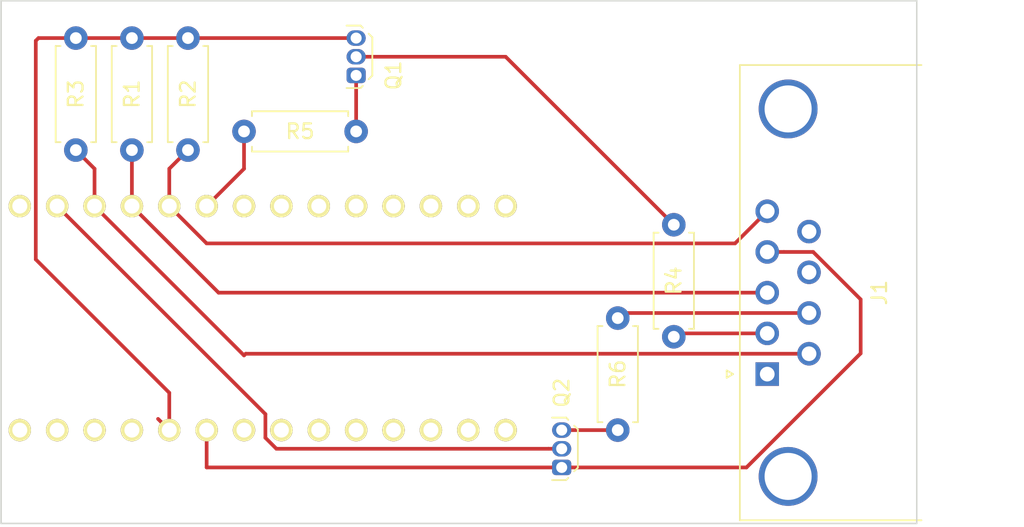
<source format=kicad_pcb>
(kicad_pcb (version 20171130) (host pcbnew "(5.1.5)-3")

  (general
    (thickness 1.6)
    (drawings 4)
    (tracks 44)
    (zones 0)
    (modules 10)
    (nets 37)
  )

  (page User 132.004 102.006)
  (layers
    (0 F.Cu signal)
    (31 B.Cu signal)
    (33 F.Adhes user)
    (35 F.Paste user)
    (37 F.SilkS user)
    (38 B.Mask user)
    (39 F.Mask user)
    (40 Dwgs.User user)
    (41 Cmts.User user)
    (42 Eco1.User user)
    (43 Eco2.User user)
    (44 Edge.Cuts user)
    (45 Margin user)
    (46 B.CrtYd user)
    (47 F.CrtYd user)
    (49 F.Fab user)
  )

  (setup
    (last_trace_width 0.25)
    (trace_clearance 0.2)
    (zone_clearance 0.508)
    (zone_45_only no)
    (trace_min 0.2)
    (via_size 0.8)
    (via_drill 0.4)
    (via_min_size 0.4)
    (via_min_drill 0.3)
    (uvia_size 0.3)
    (uvia_drill 0.1)
    (uvias_allowed no)
    (uvia_min_size 0.2)
    (uvia_min_drill 0.1)
    (edge_width 0.05)
    (segment_width 0.2)
    (pcb_text_width 0.3)
    (pcb_text_size 1.5 1.5)
    (mod_edge_width 0.12)
    (mod_text_size 1 1)
    (mod_text_width 0.15)
    (pad_size 1.524 1.524)
    (pad_drill 0.762)
    (pad_to_mask_clearance 0.051)
    (solder_mask_min_width 0.25)
    (aux_axis_origin 0 0)
    (visible_elements 7FFFFFFF)
    (pcbplotparams
      (layerselection 0x010fc_ffffffff)
      (usegerberextensions false)
      (usegerberattributes false)
      (usegerberadvancedattributes false)
      (creategerberjobfile false)
      (excludeedgelayer true)
      (linewidth 0.100000)
      (plotframeref false)
      (viasonmask false)
      (mode 1)
      (useauxorigin false)
      (hpglpennumber 1)
      (hpglpenspeed 20)
      (hpglpendiameter 15.000000)
      (psnegative false)
      (psa4output false)
      (plotreference true)
      (plotvalue true)
      (plotinvisibletext false)
      (padsonsilk false)
      (subtractmaskfromsilk false)
      (outputformat 1)
      (mirror false)
      (drillshape 1)
      (scaleselection 1)
      (outputdirectory ""))
  )

  (net 0 "")
  (net 1 "Net-(J1-Pad9)")
  (net 2 "Net-(J1-Pad8)")
  (net 3 "Net-(J1-Pad7)")
  (net 4 "Net-(J1-Pad6)")
  (net 5 "Net-(J1-Pad5)")
  (net 6 GND)
  (net 7 "Net-(J1-Pad3)")
  (net 8 "Net-(J1-Pad2)")
  (net 9 "Net-(J1-Pad1)")
  (net 10 "Net-(Q1-Pad1)")
  (net 11 "Net-(Q1-Pad3)")
  (net 12 "Net-(Q1-Pad2)")
  (net 13 "Net-(R5-Pad2)")
  (net 14 "Net-(U1-Pad27)")
  (net 15 "Net-(U1-Pad26)")
  (net 16 "Net-(U1-Pad25)")
  (net 17 "Net-(U1-Pad24)")
  (net 18 "Net-(U1-Pad23)")
  (net 19 "Net-(U1-Pad22)")
  (net 20 "Net-(U1-Pad21)")
  (net 21 "Net-(U1-Pad20)")
  (net 22 "Net-(U1-Pad17)")
  (net 23 "Net-(U1-Pad16)")
  (net 24 "Net-(U1-Pad15)")
  (net 25 "Net-(U1-Pad14)")
  (net 26 "Net-(U1-Pad13)")
  (net 27 "Net-(U1-Pad0)")
  (net 28 "Net-(U1-Pad7)")
  (net 29 "Net-(U1-Pad6)")
  (net 30 "Net-(U1-Pad5)")
  (net 31 "Net-(U1-Pad4)")
  (net 32 "Net-(U1-Pad3)")
  (net 33 "Net-(U1-Pad2)")
  (net 34 "Net-(U1-Pad1)")
  (net 35 "Net-(Q2-Pad2)")
  (net 36 "Net-(Q2-Pad3)")

  (net_class Default "This is the default net class."
    (clearance 0.2)
    (trace_width 0.25)
    (via_dia 0.8)
    (via_drill 0.4)
    (uvia_dia 0.3)
    (uvia_drill 0.1)
    (add_net GND)
    (add_net "Net-(J1-Pad1)")
    (add_net "Net-(J1-Pad2)")
    (add_net "Net-(J1-Pad3)")
    (add_net "Net-(J1-Pad5)")
    (add_net "Net-(J1-Pad6)")
    (add_net "Net-(J1-Pad7)")
    (add_net "Net-(J1-Pad8)")
    (add_net "Net-(J1-Pad9)")
    (add_net "Net-(Q1-Pad1)")
    (add_net "Net-(Q1-Pad2)")
    (add_net "Net-(Q1-Pad3)")
    (add_net "Net-(Q2-Pad2)")
    (add_net "Net-(Q2-Pad3)")
    (add_net "Net-(R5-Pad2)")
    (add_net "Net-(U1-Pad0)")
    (add_net "Net-(U1-Pad1)")
    (add_net "Net-(U1-Pad13)")
    (add_net "Net-(U1-Pad14)")
    (add_net "Net-(U1-Pad15)")
    (add_net "Net-(U1-Pad16)")
    (add_net "Net-(U1-Pad17)")
    (add_net "Net-(U1-Pad2)")
    (add_net "Net-(U1-Pad20)")
    (add_net "Net-(U1-Pad21)")
    (add_net "Net-(U1-Pad22)")
    (add_net "Net-(U1-Pad23)")
    (add_net "Net-(U1-Pad24)")
    (add_net "Net-(U1-Pad25)")
    (add_net "Net-(U1-Pad26)")
    (add_net "Net-(U1-Pad27)")
    (add_net "Net-(U1-Pad3)")
    (add_net "Net-(U1-Pad4)")
    (add_net "Net-(U1-Pad5)")
    (add_net "Net-(U1-Pad6)")
    (add_net "Net-(U1-Pad7)")
  )

  (module Resistor_THT:R_Axial_DIN0207_L6.3mm_D2.5mm_P7.62mm_Horizontal (layer F.Cu) (tedit 5AE5139B) (tstamp 5E51F443)
    (at 69.85 45.72 90)
    (descr "Resistor, Axial_DIN0207 series, Axial, Horizontal, pin pitch=7.62mm, 0.25W = 1/4W, length*diameter=6.3*2.5mm^2, http://cdn-reichelt.de/documents/datenblatt/B400/1_4W%23YAG.pdf")
    (tags "Resistor Axial_DIN0207 series Axial Horizontal pin pitch 7.62mm 0.25W = 1/4W length 6.3mm diameter 2.5mm")
    (path /5E57A04E)
    (fp_text reference R6 (at 3.81 0 90) (layer F.SilkS)
      (effects (font (size 1 1) (thickness 0.15)))
    )
    (fp_text value 4.7K (at 3.81 2.37 90) (layer F.Fab)
      (effects (font (size 1 1) (thickness 0.15)))
    )
    (fp_text user %R (at 3.81 0 90) (layer F.Fab)
      (effects (font (size 1 1) (thickness 0.15)))
    )
    (fp_line (start 8.67 -1.5) (end -1.05 -1.5) (layer F.CrtYd) (width 0.05))
    (fp_line (start 8.67 1.5) (end 8.67 -1.5) (layer F.CrtYd) (width 0.05))
    (fp_line (start -1.05 1.5) (end 8.67 1.5) (layer F.CrtYd) (width 0.05))
    (fp_line (start -1.05 -1.5) (end -1.05 1.5) (layer F.CrtYd) (width 0.05))
    (fp_line (start 7.08 1.37) (end 7.08 1.04) (layer F.SilkS) (width 0.12))
    (fp_line (start 0.54 1.37) (end 7.08 1.37) (layer F.SilkS) (width 0.12))
    (fp_line (start 0.54 1.04) (end 0.54 1.37) (layer F.SilkS) (width 0.12))
    (fp_line (start 7.08 -1.37) (end 7.08 -1.04) (layer F.SilkS) (width 0.12))
    (fp_line (start 0.54 -1.37) (end 7.08 -1.37) (layer F.SilkS) (width 0.12))
    (fp_line (start 0.54 -1.04) (end 0.54 -1.37) (layer F.SilkS) (width 0.12))
    (fp_line (start 7.62 0) (end 6.96 0) (layer F.Fab) (width 0.1))
    (fp_line (start 0 0) (end 0.66 0) (layer F.Fab) (width 0.1))
    (fp_line (start 6.96 -1.25) (end 0.66 -1.25) (layer F.Fab) (width 0.1))
    (fp_line (start 6.96 1.25) (end 6.96 -1.25) (layer F.Fab) (width 0.1))
    (fp_line (start 0.66 1.25) (end 6.96 1.25) (layer F.Fab) (width 0.1))
    (fp_line (start 0.66 -1.25) (end 0.66 1.25) (layer F.Fab) (width 0.1))
    (pad 2 thru_hole oval (at 7.62 0 90) (size 1.6 1.6) (drill 0.8) (layers *.Cu *.Mask)
      (net 3 "Net-(J1-Pad7)"))
    (pad 1 thru_hole circle (at 0 0 90) (size 1.6 1.6) (drill 0.8) (layers *.Cu *.Mask)
      (net 36 "Net-(Q2-Pad3)"))
    (model ${KISYS3DMOD}/Resistor_THT.3dshapes/R_Axial_DIN0207_L6.3mm_D2.5mm_P7.62mm_Horizontal.wrl
      (at (xyz 0 0 0))
      (scale (xyz 1 1 1))
      (rotate (xyz 0 0 0))
    )
  )

  (module Package_TO_SOT_THT:TO-92Flat (layer F.Cu) (tedit 5C2D433B) (tstamp 5E51D7BD)
    (at 66.04 48.26 90)
    (descr "TO-92Flat package, often used for hall sensors, drill 0.75mm (see e.g. http://www.ti.com/lit/ds/symlink/drv5023.pdf)")
    (tags "to-92Flat hall sensor")
    (path /5E569004)
    (fp_text reference Q2 (at 5.08 0 90) (layer F.SilkS)
      (effects (font (size 1 1) (thickness 0.15)))
    )
    (fp_text value PN100 (at 1.25 1.7 90) (layer F.Fab) hide
      (effects (font (size 1 1) (thickness 0.17)))
    )
    (fp_line (start 0.03 0.9775) (end -0.73 0.2175) (layer F.Fab) (width 0.1))
    (fp_line (start 2.51 0.9775) (end 0.03 0.9775) (layer F.Fab) (width 0.1))
    (fp_line (start 3.27 0.2175) (end 2.51 0.9775) (layer F.Fab) (width 0.1))
    (fp_line (start 3.27 -0.5425) (end 3.27 0.2175) (layer F.Fab) (width 0.1))
    (fp_text user %R (at 1.27 0.2 90) (layer F.Fab)
      (effects (font (size 0.7 0.7) (thickness 0.13)))
    )
    (fp_line (start 3.27 -0.5425) (end -0.73 -0.5425) (layer F.Fab) (width 0.1))
    (fp_line (start -0.73 -0.5425) (end -0.73 0.2175) (layer F.Fab) (width 0.1))
    (fp_line (start 2.51 0.9775) (end 0.03 0.9775) (layer F.Fab) (width 0.1))
    (fp_line (start 3.39 -0.65) (end 3.39 0.3) (layer F.SilkS) (width 0.12))
    (fp_line (start -0.86 0.3) (end -0.86 -0.65) (layer F.SilkS) (width 0.12))
    (fp_line (start -0.98 -0.9) (end 3.52 -0.9) (layer F.CrtYd) (width 0.05))
    (fp_line (start 3.52 -0.9) (end 3.52 0.33) (layer F.CrtYd) (width 0.05))
    (fp_line (start 2.62 1.23) (end -0.14 1.23) (layer F.CrtYd) (width 0.05))
    (fp_line (start -0.14 1.23) (end -0.98 0.39) (layer F.CrtYd) (width 0.05))
    (fp_line (start -0.98 0.39) (end -0.98 -0.9) (layer F.CrtYd) (width 0.05))
    (fp_line (start 3.52 0.33) (end 2.62 1.23) (layer F.CrtYd) (width 0.05))
    (fp_line (start -0.01 1.1) (end 2.59 1.1) (layer F.SilkS) (width 0.12))
    (fp_line (start 2.59 1.1) (end 2.84 0.85) (layer F.SilkS) (width 0.12))
    (fp_line (start 3.24 0.45) (end 3.39 0.3) (layer F.SilkS) (width 0.12))
    (fp_line (start -0.01 1.1) (end -0.26 0.85) (layer F.SilkS) (width 0.12))
    (fp_line (start -0.71 0.45) (end -0.86 0.3) (layer F.SilkS) (width 0.12))
    (pad 1 thru_hole roundrect (at 0 0 90) (size 1.05 1.3) (drill 0.75) (layers *.Cu *.Mask) (roundrect_rratio 0.238)
      (net 6 GND))
    (pad 3 thru_hole oval (at 2.54 0 90) (size 1.05 1.3) (drill 0.75) (layers *.Cu *.Mask)
      (net 36 "Net-(Q2-Pad3)"))
    (pad 2 thru_hole oval (at 1.27 0 90) (size 1.05 1.3) (drill 0.75) (layers *.Cu *.Mask)
      (net 35 "Net-(Q2-Pad2)"))
    (model ${KISYS3DMOD}/Package_TO_SOT_THT.3dshapes/TO-92Flat.wrl
      (at (xyz 0 0 0))
      (scale (xyz 1 1 1))
      (rotate (xyz 0 0 0))
    )
  )

  (module Resistor_THT:R_Axial_DIN0207_L6.3mm_D2.5mm_P7.62mm_Horizontal (layer F.Cu) (tedit 5AE5139B) (tstamp 5E51CB9E)
    (at 40.64 19.05 270)
    (descr "Resistor, Axial_DIN0207 series, Axial, Horizontal, pin pitch=7.62mm, 0.25W = 1/4W, length*diameter=6.3*2.5mm^2, http://cdn-reichelt.de/documents/datenblatt/B400/1_4W%23YAG.pdf")
    (tags "Resistor Axial_DIN0207 series Axial Horizontal pin pitch 7.62mm 0.25W = 1/4W length 6.3mm diameter 2.5mm")
    (path /5E510DF4)
    (fp_text reference R2 (at 3.81 0 90) (layer F.SilkS)
      (effects (font (size 1 1) (thickness 0.15)))
    )
    (fp_text value 4.7K (at 3.81 2.37 90) (layer F.Fab) hide
      (effects (font (size 1 1) (thickness 0.15)))
    )
    (fp_text user %R (at 3.81 0 270) (layer F.Fab)
      (effects (font (size 1 1) (thickness 0.15)))
    )
    (fp_line (start 8.67 -1.5) (end -1.05 -1.5) (layer F.CrtYd) (width 0.05))
    (fp_line (start 8.67 1.5) (end 8.67 -1.5) (layer F.CrtYd) (width 0.05))
    (fp_line (start -1.05 1.5) (end 8.67 1.5) (layer F.CrtYd) (width 0.05))
    (fp_line (start -1.05 -1.5) (end -1.05 1.5) (layer F.CrtYd) (width 0.05))
    (fp_line (start 7.08 1.37) (end 7.08 1.04) (layer F.SilkS) (width 0.12))
    (fp_line (start 0.54 1.37) (end 7.08 1.37) (layer F.SilkS) (width 0.12))
    (fp_line (start 0.54 1.04) (end 0.54 1.37) (layer F.SilkS) (width 0.12))
    (fp_line (start 7.08 -1.37) (end 7.08 -1.04) (layer F.SilkS) (width 0.12))
    (fp_line (start 0.54 -1.37) (end 7.08 -1.37) (layer F.SilkS) (width 0.12))
    (fp_line (start 0.54 -1.04) (end 0.54 -1.37) (layer F.SilkS) (width 0.12))
    (fp_line (start 7.62 0) (end 6.96 0) (layer F.Fab) (width 0.1))
    (fp_line (start 0 0) (end 0.66 0) (layer F.Fab) (width 0.1))
    (fp_line (start 6.96 -1.25) (end 0.66 -1.25) (layer F.Fab) (width 0.1))
    (fp_line (start 6.96 1.25) (end 6.96 -1.25) (layer F.Fab) (width 0.1))
    (fp_line (start 0.66 1.25) (end 6.96 1.25) (layer F.Fab) (width 0.1))
    (fp_line (start 0.66 -1.25) (end 0.66 1.25) (layer F.Fab) (width 0.1))
    (pad 2 thru_hole oval (at 7.62 0 270) (size 1.6 1.6) (drill 0.8) (layers *.Cu *.Mask)
      (net 5 "Net-(J1-Pad5)"))
    (pad 1 thru_hole circle (at 0 0 270) (size 1.6 1.6) (drill 0.8) (layers *.Cu *.Mask)
      (net 11 "Net-(Q1-Pad3)"))
    (model ${KISYS3DMOD}/Resistor_THT.3dshapes/R_Axial_DIN0207_L6.3mm_D2.5mm_P7.62mm_Horizontal.wrl
      (at (xyz 0 0 0))
      (scale (xyz 1 1 1))
      (rotate (xyz 0 0 0))
    )
  )

  (module FT:LEOSTICK_SHIELD (layer F.Cu) (tedit 5E51427E) (tstamp 5E51A652)
    (at 29.21 45.72)
    (path /5E50F8BB)
    (fp_text reference U1 (at 31.75 -2.54) (layer Eco1.User) hide
      (effects (font (size 1 1) (thickness 0.15)))
    )
    (fp_text value LEOSTICK_SHIELD (at 22.86 -2.54) (layer Eco1.User) hide
      (effects (font (size 1 1) (thickness 0.15)))
    )
    (fp_line (start 33.782 1.651) (end 0 1.651) (layer Cmts.User) (width 0.127))
    (fp_line (start 35.052 0.381) (end 35.052 -15.621) (layer Cmts.User) (width 0.15))
    (fp_line (start -1.27 -15.621) (end -1.27 0.381) (layer Cmts.User) (width 0.15))
    (fp_line (start 33.782 -16.891) (end 0 -16.891) (layer Cmts.User) (width 0.15))
    (fp_arc (start 33.782 0.381) (end 35.052 0.381) (angle 90) (layer Cmts.User) (width 0.15))
    (fp_arc (start 0 0.381) (end 0 1.651) (angle 90) (layer Cmts.User) (width 0.15))
    (fp_arc (start 0 -15.621) (end -1.27 -15.621) (angle 90) (layer Cmts.User) (width 0.15))
    (fp_arc (start 33.782 -15.621) (end 33.782 -16.891) (angle 90) (layer Cmts.User) (width 0.15))
    (pad 27 thru_hole circle (at 33.02 0 180) (size 1.524 1.524) (drill 1.016) (layers *.Cu *.Mask F.SilkS)
      (net 14 "Net-(U1-Pad27)"))
    (pad 26 thru_hole circle (at 30.48 0 180) (size 1.524 1.524) (drill 1.016) (layers *.Cu *.Mask F.SilkS)
      (net 15 "Net-(U1-Pad26)"))
    (pad 25 thru_hole circle (at 27.94 0 180) (size 1.524 1.524) (drill 1.016) (layers *.Cu *.Mask F.SilkS)
      (net 16 "Net-(U1-Pad25)"))
    (pad 24 thru_hole circle (at 25.4 0 180) (size 1.524 1.524) (drill 1.016) (layers *.Cu *.Mask F.SilkS)
      (net 17 "Net-(U1-Pad24)"))
    (pad 23 thru_hole circle (at 22.86 0 180) (size 1.524 1.524) (drill 1.016) (layers *.Cu *.Mask F.SilkS)
      (net 18 "Net-(U1-Pad23)"))
    (pad 22 thru_hole circle (at 20.32 0 180) (size 1.524 1.524) (drill 1.016) (layers *.Cu *.Mask F.SilkS)
      (net 19 "Net-(U1-Pad22)"))
    (pad 21 thru_hole circle (at 17.78 0 180) (size 1.524 1.524) (drill 1.016) (layers *.Cu *.Mask F.SilkS)
      (net 20 "Net-(U1-Pad21)"))
    (pad 20 thru_hole circle (at 15.24 0 180) (size 1.524 1.524) (drill 1.016) (layers *.Cu *.Mask F.SilkS)
      (net 21 "Net-(U1-Pad20)"))
    (pad 19 thru_hole circle (at 12.7 0 180) (size 1.524 1.524) (drill 1.016) (layers *.Cu *.Mask F.SilkS)
      (net 6 GND))
    (pad 18 thru_hole circle (at 10.16 0 180) (size 1.524 1.524) (drill 1.016) (layers *.Cu *.Mask F.SilkS)
      (net 11 "Net-(Q1-Pad3)"))
    (pad 17 thru_hole circle (at 7.62 0 180) (size 1.524 1.524) (drill 1.016) (layers *.Cu *.Mask F.SilkS)
      (net 22 "Net-(U1-Pad17)"))
    (pad 16 thru_hole circle (at 5.08 0 180) (size 1.524 1.524) (drill 1.016) (layers *.Cu *.Mask F.SilkS)
      (net 23 "Net-(U1-Pad16)"))
    (pad 15 thru_hole circle (at 2.54 0 180) (size 1.524 1.524) (drill 1.016) (layers *.Cu *.Mask F.SilkS)
      (net 24 "Net-(U1-Pad15)"))
    (pad 14 thru_hole circle (at 0 0 180) (size 1.524 1.524) (drill 1.016) (layers *.Cu *.Mask F.SilkS)
      (net 25 "Net-(U1-Pad14)"))
    (pad 13 thru_hole circle (at 0 -15.24 180) (size 1.524 1.524) (drill 1.016) (layers *.Cu *.Mask F.SilkS)
      (net 26 "Net-(U1-Pad13)"))
    (pad 12 thru_hole circle (at 2.54 -15.24 180) (size 1.524 1.524) (drill 1.016) (layers *.Cu *.Mask F.SilkS)
      (net 35 "Net-(Q2-Pad2)"))
    (pad 0 thru_hole circle (at 33.02 -15.24 180) (size 1.524 1.524) (drill 1.016) (layers *.Cu *.Mask F.SilkS)
      (net 27 "Net-(U1-Pad0)"))
    (pad 11 thru_hole circle (at 5.08 -15.24 180) (size 1.524 1.524) (drill 1.016) (layers *.Cu *.Mask F.SilkS)
      (net 4 "Net-(J1-Pad6)"))
    (pad 10 thru_hole circle (at 7.62 -15.24 180) (size 1.524 1.524) (drill 1.016) (layers *.Cu *.Mask F.SilkS)
      (net 7 "Net-(J1-Pad3)"))
    (pad 9 thru_hole circle (at 10.16 -15.24 180) (size 1.524 1.524) (drill 1.016) (layers *.Cu *.Mask F.SilkS)
      (net 5 "Net-(J1-Pad5)"))
    (pad 8 thru_hole circle (at 12.7 -15.24 180) (size 1.524 1.524) (drill 1.016) (layers *.Cu *.Mask F.SilkS)
      (net 13 "Net-(R5-Pad2)"))
    (pad 7 thru_hole circle (at 15.24 -15.24 180) (size 1.524 1.524) (drill 1.016) (layers *.Cu *.Mask F.SilkS)
      (net 28 "Net-(U1-Pad7)"))
    (pad 6 thru_hole circle (at 17.78 -15.24 180) (size 1.524 1.524) (drill 1.016) (layers *.Cu *.Mask F.SilkS)
      (net 29 "Net-(U1-Pad6)"))
    (pad 5 thru_hole circle (at 20.32 -15.24 180) (size 1.524 1.524) (drill 1.016) (layers *.Cu *.Mask F.SilkS)
      (net 30 "Net-(U1-Pad5)"))
    (pad 4 thru_hole circle (at 22.86 -15.24 180) (size 1.524 1.524) (drill 1.016) (layers *.Cu *.Mask F.SilkS)
      (net 31 "Net-(U1-Pad4)"))
    (pad 3 thru_hole circle (at 25.4 -15.24 180) (size 1.524 1.524) (drill 1.016) (layers *.Cu *.Mask F.SilkS)
      (net 32 "Net-(U1-Pad3)"))
    (pad 2 thru_hole circle (at 27.94 -15.24 180) (size 1.524 1.524) (drill 1.016) (layers *.Cu *.Mask F.SilkS)
      (net 33 "Net-(U1-Pad2)"))
    (pad 1 thru_hole circle (at 30.48 -15.24 180) (size 1.524 1.524) (drill 1.016) (layers *.Cu *.Mask F.SilkS)
      (net 34 "Net-(U1-Pad1)"))
  )

  (module Resistor_THT:R_Axial_DIN0207_L6.3mm_D2.5mm_P7.62mm_Horizontal (layer F.Cu) (tedit 5AE5139B) (tstamp 5E51B284)
    (at 52.07 25.4 180)
    (descr "Resistor, Axial_DIN0207 series, Axial, Horizontal, pin pitch=7.62mm, 0.25W = 1/4W, length*diameter=6.3*2.5mm^2, http://cdn-reichelt.de/documents/datenblatt/B400/1_4W%23YAG.pdf")
    (tags "Resistor Axial_DIN0207 series Axial Horizontal pin pitch 7.62mm 0.25W = 1/4W length 6.3mm diameter 2.5mm")
    (path /5E51218F)
    (fp_text reference R5 (at 3.81 0) (layer F.SilkS)
      (effects (font (size 1 1) (thickness 0.15)))
    )
    (fp_text value 4.7K (at 3.81 2.37) (layer F.Fab) hide
      (effects (font (size 1 1) (thickness 0.15)))
    )
    (fp_text user %R (at 3.81 0 180) (layer F.Fab)
      (effects (font (size 1 1) (thickness 0.15)))
    )
    (fp_line (start 8.67 -1.5) (end -1.05 -1.5) (layer F.CrtYd) (width 0.05))
    (fp_line (start 8.67 1.5) (end 8.67 -1.5) (layer F.CrtYd) (width 0.05))
    (fp_line (start -1.05 1.5) (end 8.67 1.5) (layer F.CrtYd) (width 0.05))
    (fp_line (start -1.05 -1.5) (end -1.05 1.5) (layer F.CrtYd) (width 0.05))
    (fp_line (start 7.08 1.37) (end 7.08 1.04) (layer F.SilkS) (width 0.12))
    (fp_line (start 0.54 1.37) (end 7.08 1.37) (layer F.SilkS) (width 0.12))
    (fp_line (start 0.54 1.04) (end 0.54 1.37) (layer F.SilkS) (width 0.12))
    (fp_line (start 7.08 -1.37) (end 7.08 -1.04) (layer F.SilkS) (width 0.12))
    (fp_line (start 0.54 -1.37) (end 7.08 -1.37) (layer F.SilkS) (width 0.12))
    (fp_line (start 0.54 -1.04) (end 0.54 -1.37) (layer F.SilkS) (width 0.12))
    (fp_line (start 7.62 0) (end 6.96 0) (layer F.Fab) (width 0.1))
    (fp_line (start 0 0) (end 0.66 0) (layer F.Fab) (width 0.1))
    (fp_line (start 6.96 -1.25) (end 0.66 -1.25) (layer F.Fab) (width 0.1))
    (fp_line (start 6.96 1.25) (end 6.96 -1.25) (layer F.Fab) (width 0.1))
    (fp_line (start 0.66 1.25) (end 6.96 1.25) (layer F.Fab) (width 0.1))
    (fp_line (start 0.66 -1.25) (end 0.66 1.25) (layer F.Fab) (width 0.1))
    (pad 2 thru_hole oval (at 7.62 0 180) (size 1.6 1.6) (drill 0.8) (layers *.Cu *.Mask)
      (net 13 "Net-(R5-Pad2)"))
    (pad 1 thru_hole circle (at 0 0 180) (size 1.6 1.6) (drill 0.8) (layers *.Cu *.Mask)
      (net 10 "Net-(Q1-Pad1)"))
    (model ${KISYS3DMOD}/Resistor_THT.3dshapes/R_Axial_DIN0207_L6.3mm_D2.5mm_P7.62mm_Horizontal.wrl
      (at (xyz 0 0 0))
      (scale (xyz 1 1 1))
      (rotate (xyz 0 0 0))
    )
  )

  (module Resistor_THT:R_Axial_DIN0207_L6.3mm_D2.5mm_P7.62mm_Horizontal (layer F.Cu) (tedit 5AE5139B) (tstamp 5E51F003)
    (at 73.66 39.37 90)
    (descr "Resistor, Axial_DIN0207 series, Axial, Horizontal, pin pitch=7.62mm, 0.25W = 1/4W, length*diameter=6.3*2.5mm^2, http://cdn-reichelt.de/documents/datenblatt/B400/1_4W%23YAG.pdf")
    (tags "Resistor Axial_DIN0207 series Axial Horizontal pin pitch 7.62mm 0.25W = 1/4W length 6.3mm diameter 2.5mm")
    (path /5E51263D)
    (fp_text reference R4 (at 3.81 0 90) (layer F.SilkS)
      (effects (font (size 1 1) (thickness 0.15)))
    )
    (fp_text value 4.7K (at 3.81 2.37 90) (layer F.Fab) hide
      (effects (font (size 1 1) (thickness 0.15)))
    )
    (fp_text user %R (at 3.81 0 90) (layer F.Fab)
      (effects (font (size 1 1) (thickness 0.15)))
    )
    (fp_line (start 8.67 -1.5) (end -1.05 -1.5) (layer F.CrtYd) (width 0.05))
    (fp_line (start 8.67 1.5) (end 8.67 -1.5) (layer F.CrtYd) (width 0.05))
    (fp_line (start -1.05 1.5) (end 8.67 1.5) (layer F.CrtYd) (width 0.05))
    (fp_line (start -1.05 -1.5) (end -1.05 1.5) (layer F.CrtYd) (width 0.05))
    (fp_line (start 7.08 1.37) (end 7.08 1.04) (layer F.SilkS) (width 0.12))
    (fp_line (start 0.54 1.37) (end 7.08 1.37) (layer F.SilkS) (width 0.12))
    (fp_line (start 0.54 1.04) (end 0.54 1.37) (layer F.SilkS) (width 0.12))
    (fp_line (start 7.08 -1.37) (end 7.08 -1.04) (layer F.SilkS) (width 0.12))
    (fp_line (start 0.54 -1.37) (end 7.08 -1.37) (layer F.SilkS) (width 0.12))
    (fp_line (start 0.54 -1.04) (end 0.54 -1.37) (layer F.SilkS) (width 0.12))
    (fp_line (start 7.62 0) (end 6.96 0) (layer F.Fab) (width 0.1))
    (fp_line (start 0 0) (end 0.66 0) (layer F.Fab) (width 0.1))
    (fp_line (start 6.96 -1.25) (end 0.66 -1.25) (layer F.Fab) (width 0.1))
    (fp_line (start 6.96 1.25) (end 6.96 -1.25) (layer F.Fab) (width 0.1))
    (fp_line (start 0.66 1.25) (end 6.96 1.25) (layer F.Fab) (width 0.1))
    (fp_line (start 0.66 -1.25) (end 0.66 1.25) (layer F.Fab) (width 0.1))
    (pad 2 thru_hole oval (at 7.62 0 90) (size 1.6 1.6) (drill 0.8) (layers *.Cu *.Mask)
      (net 12 "Net-(Q1-Pad2)"))
    (pad 1 thru_hole circle (at 0 0 90) (size 1.6 1.6) (drill 0.8) (layers *.Cu *.Mask)
      (net 8 "Net-(J1-Pad2)"))
    (model ${KISYS3DMOD}/Resistor_THT.3dshapes/R_Axial_DIN0207_L6.3mm_D2.5mm_P7.62mm_Horizontal.wrl
      (at (xyz 0 0 0))
      (scale (xyz 1 1 1))
      (rotate (xyz 0 0 0))
    )
  )

  (module Resistor_THT:R_Axial_DIN0207_L6.3mm_D2.5mm_P7.62mm_Horizontal (layer F.Cu) (tedit 5AE5139B) (tstamp 5E51EC26)
    (at 33.02 19.05 270)
    (descr "Resistor, Axial_DIN0207 series, Axial, Horizontal, pin pitch=7.62mm, 0.25W = 1/4W, length*diameter=6.3*2.5mm^2, http://cdn-reichelt.de/documents/datenblatt/B400/1_4W%23YAG.pdf")
    (tags "Resistor Axial_DIN0207 series Axial Horizontal pin pitch 7.62mm 0.25W = 1/4W length 6.3mm diameter 2.5mm")
    (path /5E511980)
    (fp_text reference R3 (at 3.81 0 90) (layer F.SilkS)
      (effects (font (size 1 1) (thickness 0.15)))
    )
    (fp_text value 4.7K (at 3.81 2.37 90) (layer F.Fab) hide
      (effects (font (size 1 1) (thickness 0.15)))
    )
    (fp_text user %R (at 3.81 0 90) (layer F.Fab)
      (effects (font (size 1 1) (thickness 0.15)))
    )
    (fp_line (start 8.67 -1.5) (end -1.05 -1.5) (layer F.CrtYd) (width 0.05))
    (fp_line (start 8.67 1.5) (end 8.67 -1.5) (layer F.CrtYd) (width 0.05))
    (fp_line (start -1.05 1.5) (end 8.67 1.5) (layer F.CrtYd) (width 0.05))
    (fp_line (start -1.05 -1.5) (end -1.05 1.5) (layer F.CrtYd) (width 0.05))
    (fp_line (start 7.08 1.37) (end 7.08 1.04) (layer F.SilkS) (width 0.12))
    (fp_line (start 0.54 1.37) (end 7.08 1.37) (layer F.SilkS) (width 0.12))
    (fp_line (start 0.54 1.04) (end 0.54 1.37) (layer F.SilkS) (width 0.12))
    (fp_line (start 7.08 -1.37) (end 7.08 -1.04) (layer F.SilkS) (width 0.12))
    (fp_line (start 0.54 -1.37) (end 7.08 -1.37) (layer F.SilkS) (width 0.12))
    (fp_line (start 0.54 -1.04) (end 0.54 -1.37) (layer F.SilkS) (width 0.12))
    (fp_line (start 7.62 0) (end 6.96 0) (layer F.Fab) (width 0.1))
    (fp_line (start 0 0) (end 0.66 0) (layer F.Fab) (width 0.1))
    (fp_line (start 6.96 -1.25) (end 0.66 -1.25) (layer F.Fab) (width 0.1))
    (fp_line (start 6.96 1.25) (end 6.96 -1.25) (layer F.Fab) (width 0.1))
    (fp_line (start 0.66 1.25) (end 6.96 1.25) (layer F.Fab) (width 0.1))
    (fp_line (start 0.66 -1.25) (end 0.66 1.25) (layer F.Fab) (width 0.1))
    (pad 2 thru_hole oval (at 7.62 0 270) (size 1.6 1.6) (drill 0.8) (layers *.Cu *.Mask)
      (net 4 "Net-(J1-Pad6)"))
    (pad 1 thru_hole circle (at 0 0 270) (size 1.6 1.6) (drill 0.8) (layers *.Cu *.Mask)
      (net 11 "Net-(Q1-Pad3)"))
    (model ${KISYS3DMOD}/Resistor_THT.3dshapes/R_Axial_DIN0207_L6.3mm_D2.5mm_P7.62mm_Horizontal.wrl
      (at (xyz 0 0 0))
      (scale (xyz 1 1 1))
      (rotate (xyz 0 0 0))
    )
  )

  (module Resistor_THT:R_Axial_DIN0207_L6.3mm_D2.5mm_P7.62mm_Horizontal (layer F.Cu) (tedit 5AE5139B) (tstamp 5E51EBB7)
    (at 36.83 19.05 270)
    (descr "Resistor, Axial_DIN0207 series, Axial, Horizontal, pin pitch=7.62mm, 0.25W = 1/4W, length*diameter=6.3*2.5mm^2, http://cdn-reichelt.de/documents/datenblatt/B400/1_4W%23YAG.pdf")
    (tags "Resistor Axial_DIN0207 series Axial Horizontal pin pitch 7.62mm 0.25W = 1/4W length 6.3mm diameter 2.5mm")
    (path /5E51298B)
    (fp_text reference R1 (at 3.81 0 90) (layer F.SilkS)
      (effects (font (size 1 1) (thickness 0.15)))
    )
    (fp_text value 4.7K (at 3.81 2.37 90) (layer F.Fab) hide
      (effects (font (size 1 1) (thickness 0.15)))
    )
    (fp_text user %R (at 3.81 0 90) (layer F.Fab)
      (effects (font (size 1 1) (thickness 0.15)))
    )
    (fp_line (start 8.67 -1.5) (end -1.05 -1.5) (layer F.CrtYd) (width 0.05))
    (fp_line (start 8.67 1.5) (end 8.67 -1.5) (layer F.CrtYd) (width 0.05))
    (fp_line (start -1.05 1.5) (end 8.67 1.5) (layer F.CrtYd) (width 0.05))
    (fp_line (start -1.05 -1.5) (end -1.05 1.5) (layer F.CrtYd) (width 0.05))
    (fp_line (start 7.08 1.37) (end 7.08 1.04) (layer F.SilkS) (width 0.12))
    (fp_line (start 0.54 1.37) (end 7.08 1.37) (layer F.SilkS) (width 0.12))
    (fp_line (start 0.54 1.04) (end 0.54 1.37) (layer F.SilkS) (width 0.12))
    (fp_line (start 7.08 -1.37) (end 7.08 -1.04) (layer F.SilkS) (width 0.12))
    (fp_line (start 0.54 -1.37) (end 7.08 -1.37) (layer F.SilkS) (width 0.12))
    (fp_line (start 0.54 -1.04) (end 0.54 -1.37) (layer F.SilkS) (width 0.12))
    (fp_line (start 7.62 0) (end 6.96 0) (layer F.Fab) (width 0.1))
    (fp_line (start 0 0) (end 0.66 0) (layer F.Fab) (width 0.1))
    (fp_line (start 6.96 -1.25) (end 0.66 -1.25) (layer F.Fab) (width 0.1))
    (fp_line (start 6.96 1.25) (end 6.96 -1.25) (layer F.Fab) (width 0.1))
    (fp_line (start 0.66 1.25) (end 6.96 1.25) (layer F.Fab) (width 0.1))
    (fp_line (start 0.66 -1.25) (end 0.66 1.25) (layer F.Fab) (width 0.1))
    (pad 2 thru_hole oval (at 7.62 0 270) (size 1.6 1.6) (drill 0.8) (layers *.Cu *.Mask)
      (net 7 "Net-(J1-Pad3)"))
    (pad 1 thru_hole circle (at 0 0 270) (size 1.6 1.6) (drill 0.8) (layers *.Cu *.Mask)
      (net 11 "Net-(Q1-Pad3)"))
    (model ${KISYS3DMOD}/Resistor_THT.3dshapes/R_Axial_DIN0207_L6.3mm_D2.5mm_P7.62mm_Horizontal.wrl
      (at (xyz 0 0 0))
      (scale (xyz 1 1 1))
      (rotate (xyz 0 0 0))
    )
  )

  (module Package_TO_SOT_THT:TO-92Flat (layer F.Cu) (tedit 5C2D433B) (tstamp 5E51D2B5)
    (at 52.07 21.59 90)
    (descr "TO-92Flat package, often used for hall sensors, drill 0.75mm (see e.g. http://www.ti.com/lit/ds/symlink/drv5023.pdf)")
    (tags "to-92Flat hall sensor")
    (path /5E54FE29)
    (fp_text reference Q1 (at 0 2.54 90) (layer F.SilkS)
      (effects (font (size 1 1) (thickness 0.15)))
    )
    (fp_text value PN100 (at 1.25 1.7 90) (layer F.Fab) hide
      (effects (font (size 1 1) (thickness 0.17)))
    )
    (fp_line (start 0.03 0.9775) (end -0.73 0.2175) (layer F.Fab) (width 0.1))
    (fp_line (start 2.51 0.9775) (end 0.03 0.9775) (layer F.Fab) (width 0.1))
    (fp_line (start 3.27 0.2175) (end 2.51 0.9775) (layer F.Fab) (width 0.1))
    (fp_line (start 3.27 -0.5425) (end 3.27 0.2175) (layer F.Fab) (width 0.1))
    (fp_text user %R (at 1.27 0.2 90) (layer F.Fab)
      (effects (font (size 0.7 0.7) (thickness 0.13)))
    )
    (fp_line (start 3.27 -0.5425) (end -0.73 -0.5425) (layer F.Fab) (width 0.1))
    (fp_line (start -0.73 -0.5425) (end -0.73 0.2175) (layer F.Fab) (width 0.1))
    (fp_line (start 2.51 0.9775) (end 0.03 0.9775) (layer F.Fab) (width 0.1))
    (fp_line (start 3.39 -0.65) (end 3.39 0.3) (layer F.SilkS) (width 0.12))
    (fp_line (start -0.86 0.3) (end -0.86 -0.65) (layer F.SilkS) (width 0.12))
    (fp_line (start -0.98 -0.9) (end 3.52 -0.9) (layer F.CrtYd) (width 0.05))
    (fp_line (start 3.52 -0.9) (end 3.52 0.33) (layer F.CrtYd) (width 0.05))
    (fp_line (start 2.62 1.23) (end -0.14 1.23) (layer F.CrtYd) (width 0.05))
    (fp_line (start -0.14 1.23) (end -0.98 0.39) (layer F.CrtYd) (width 0.05))
    (fp_line (start -0.98 0.39) (end -0.98 -0.9) (layer F.CrtYd) (width 0.05))
    (fp_line (start 3.52 0.33) (end 2.62 1.23) (layer F.CrtYd) (width 0.05))
    (fp_line (start -0.01 1.1) (end 2.59 1.1) (layer F.SilkS) (width 0.12))
    (fp_line (start 2.59 1.1) (end 2.84 0.85) (layer F.SilkS) (width 0.12))
    (fp_line (start 3.24 0.45) (end 3.39 0.3) (layer F.SilkS) (width 0.12))
    (fp_line (start -0.01 1.1) (end -0.26 0.85) (layer F.SilkS) (width 0.12))
    (fp_line (start -0.71 0.45) (end -0.86 0.3) (layer F.SilkS) (width 0.12))
    (pad 1 thru_hole roundrect (at 0 0 90) (size 1.05 1.3) (drill 0.75) (layers *.Cu *.Mask) (roundrect_rratio 0.238)
      (net 10 "Net-(Q1-Pad1)"))
    (pad 3 thru_hole oval (at 2.54 0 90) (size 1.05 1.3) (drill 0.75) (layers *.Cu *.Mask)
      (net 11 "Net-(Q1-Pad3)"))
    (pad 2 thru_hole oval (at 1.27 0 90) (size 1.05 1.3) (drill 0.75) (layers *.Cu *.Mask)
      (net 12 "Net-(Q1-Pad2)"))
    (model ${KISYS3DMOD}/Package_TO_SOT_THT.3dshapes/TO-92Flat.wrl
      (at (xyz 0 0 0))
      (scale (xyz 1 1 1))
      (rotate (xyz 0 0 0))
    )
  )

  (module Connector_Dsub:DSUB-9_Male_Horizontal_P2.77x2.84mm_EdgePinOffset7.70mm_Housed_MountingHolesOffset9.12mm (layer F.Cu) (tedit 59FEDEE2) (tstamp 5E51DE5A)
    (at 80.01 41.91 90)
    (descr "9-pin D-Sub connector, horizontal/angled (90 deg), THT-mount, male, pitch 2.77x2.84mm, pin-PCB-offset 7.699999999999999mm, distance of mounting holes 25mm, distance of mounting holes to PCB edge 9.12mm, see https://disti-assets.s3.amazonaws.com/tonar/files/datasheets/16730.pdf")
    (tags "9-pin D-Sub connector horizontal angled 90deg THT male pitch 2.77x2.84mm pin-PCB-offset 7.699999999999999mm mounting-holes-distance 25mm mounting-hole-offset 25mm")
    (path /5E515D73)
    (fp_text reference J1 (at 5.54 7.62 90) (layer F.SilkS)
      (effects (font (size 1 1) (thickness 0.15)))
    )
    (fp_text value UPS_Interface (at 5.54 18.44 90) (layer F.Fab) hide
      (effects (font (size 1 1) (thickness 0.15)))
    )
    (fp_text user %R (at 5.54 13.94 90) (layer F.Fab)
      (effects (font (size 1 1) (thickness 0.15)))
    )
    (fp_line (start 21.5 -2.35) (end -10.4 -2.35) (layer F.CrtYd) (width 0.05))
    (fp_line (start 21.5 17.45) (end 21.5 -2.35) (layer F.CrtYd) (width 0.05))
    (fp_line (start -10.4 17.45) (end 21.5 17.45) (layer F.CrtYd) (width 0.05))
    (fp_line (start -10.4 -2.35) (end -10.4 17.45) (layer F.CrtYd) (width 0.05))
    (fp_line (start 0 -2.321325) (end -0.25 -2.754338) (layer F.SilkS) (width 0.12))
    (fp_line (start 0.25 -2.754338) (end 0 -2.321325) (layer F.SilkS) (width 0.12))
    (fp_line (start -0.25 -2.754338) (end 0.25 -2.754338) (layer F.SilkS) (width 0.12))
    (fp_line (start 21.025 -1.86) (end 21.025 10.48) (layer F.SilkS) (width 0.12))
    (fp_line (start -9.945 -1.86) (end 21.025 -1.86) (layer F.SilkS) (width 0.12))
    (fp_line (start -9.945 10.48) (end -9.945 -1.86) (layer F.SilkS) (width 0.12))
    (fp_line (start 19.64 10.54) (end 19.64 1.42) (layer F.Fab) (width 0.1))
    (fp_line (start 16.44 10.54) (end 16.44 1.42) (layer F.Fab) (width 0.1))
    (fp_line (start -5.36 10.54) (end -5.36 1.42) (layer F.Fab) (width 0.1))
    (fp_line (start -8.56 10.54) (end -8.56 1.42) (layer F.Fab) (width 0.1))
    (fp_line (start 20.54 10.94) (end 15.54 10.94) (layer F.Fab) (width 0.1))
    (fp_line (start 20.54 15.94) (end 20.54 10.94) (layer F.Fab) (width 0.1))
    (fp_line (start 15.54 15.94) (end 20.54 15.94) (layer F.Fab) (width 0.1))
    (fp_line (start 15.54 10.94) (end 15.54 15.94) (layer F.Fab) (width 0.1))
    (fp_line (start -4.46 10.94) (end -9.46 10.94) (layer F.Fab) (width 0.1))
    (fp_line (start -4.46 15.94) (end -4.46 10.94) (layer F.Fab) (width 0.1))
    (fp_line (start -9.46 15.94) (end -4.46 15.94) (layer F.Fab) (width 0.1))
    (fp_line (start -9.46 10.94) (end -9.46 15.94) (layer F.Fab) (width 0.1))
    (fp_line (start 13.69 10.94) (end -2.61 10.94) (layer F.Fab) (width 0.1))
    (fp_line (start 13.69 16.94) (end 13.69 10.94) (layer F.Fab) (width 0.1))
    (fp_line (start -2.61 16.94) (end 13.69 16.94) (layer F.Fab) (width 0.1))
    (fp_line (start -2.61 10.94) (end -2.61 16.94) (layer F.Fab) (width 0.1))
    (fp_line (start 20.965 10.54) (end -9.885 10.54) (layer F.Fab) (width 0.1))
    (fp_line (start 20.965 10.94) (end 20.965 10.54) (layer F.Fab) (width 0.1))
    (fp_line (start -9.885 10.94) (end 20.965 10.94) (layer F.Fab) (width 0.1))
    (fp_line (start -9.885 10.54) (end -9.885 10.94) (layer F.Fab) (width 0.1))
    (fp_line (start 20.965 -1.8) (end -9.885 -1.8) (layer F.Fab) (width 0.1))
    (fp_line (start 20.965 10.54) (end 20.965 -1.8) (layer F.Fab) (width 0.1))
    (fp_line (start -9.885 10.54) (end 20.965 10.54) (layer F.Fab) (width 0.1))
    (fp_line (start -9.885 -1.8) (end -9.885 10.54) (layer F.Fab) (width 0.1))
    (fp_arc (start 18.04 1.42) (end 16.44 1.42) (angle 180) (layer F.Fab) (width 0.1))
    (fp_arc (start -6.96 1.42) (end -8.56 1.42) (angle 180) (layer F.Fab) (width 0.1))
    (pad 0 thru_hole circle (at 18.04 1.42 90) (size 4 4) (drill 3.2) (layers *.Cu *.Mask))
    (pad 0 thru_hole circle (at -6.96 1.42 90) (size 4 4) (drill 3.2) (layers *.Cu *.Mask))
    (pad 9 thru_hole circle (at 9.695 2.84 90) (size 1.6 1.6) (drill 1) (layers *.Cu *.Mask)
      (net 1 "Net-(J1-Pad9)"))
    (pad 8 thru_hole circle (at 6.925 2.84 90) (size 1.6 1.6) (drill 1) (layers *.Cu *.Mask)
      (net 2 "Net-(J1-Pad8)"))
    (pad 7 thru_hole circle (at 4.155 2.84 90) (size 1.6 1.6) (drill 1) (layers *.Cu *.Mask)
      (net 3 "Net-(J1-Pad7)"))
    (pad 6 thru_hole circle (at 1.385 2.84 90) (size 1.6 1.6) (drill 1) (layers *.Cu *.Mask)
      (net 4 "Net-(J1-Pad6)"))
    (pad 5 thru_hole circle (at 11.08 0 90) (size 1.6 1.6) (drill 1) (layers *.Cu *.Mask)
      (net 5 "Net-(J1-Pad5)"))
    (pad 4 thru_hole circle (at 8.31 0 90) (size 1.6 1.6) (drill 1) (layers *.Cu *.Mask)
      (net 6 GND))
    (pad 3 thru_hole circle (at 5.54 0 90) (size 1.6 1.6) (drill 1) (layers *.Cu *.Mask)
      (net 7 "Net-(J1-Pad3)"))
    (pad 2 thru_hole circle (at 2.77 0 90) (size 1.6 1.6) (drill 1) (layers *.Cu *.Mask)
      (net 8 "Net-(J1-Pad2)"))
    (pad 1 thru_hole rect (at 0 0 90) (size 1.6 1.6) (drill 1) (layers *.Cu *.Mask)
      (net 9 "Net-(J1-Pad1)"))
    (model ${KISYS3DMOD}/Connector_Dsub.3dshapes/DSUB-9_Male_Horizontal_P2.77x2.84mm_EdgePinOffset7.70mm_Housed_MountingHolesOffset9.12mm.wrl
      (at (xyz 0 0 0))
      (scale (xyz 1 1 1))
      (rotate (xyz 0 0 0))
    )
  )

  (gr_line (start 90.17 16.51) (end 90.17 52.07) (layer Edge.Cuts) (width 0.1))
  (gr_line (start 27.94 16.51) (end 90.17 16.51) (layer Edge.Cuts) (width 0.1))
  (gr_line (start 27.94 52.07) (end 27.94 16.51) (layer Edge.Cuts) (width 0.1))
  (gr_line (start 90.17 52.07) (end 27.94 52.07) (layer Edge.Cuts) (width 0.1))

  (segment (start 70.195 37.755) (end 69.85 38.1) (width 0.25) (layer F.Cu) (net 3))
  (segment (start 82.85 37.755) (end 70.195 37.755) (width 0.25) (layer F.Cu) (net 3))
  (segment (start 34.29 27.94) (end 33.02 26.67) (width 0.25) (layer F.Cu) (net 4))
  (segment (start 34.29 30.48) (end 34.29 27.94) (width 0.25) (layer F.Cu) (net 4))
  (segment (start 34.29 30.48) (end 44.45 40.64) (width 0.25) (layer F.Cu) (net 4))
  (segment (start 44.565 40.525) (end 82.85 40.525) (width 0.25) (layer F.Cu) (net 4))
  (segment (start 44.45 40.64) (end 44.565 40.525) (width 0.25) (layer F.Cu) (net 4))
  (segment (start 39.37 27.94) (end 40.64 26.67) (width 0.25) (layer F.Cu) (net 5))
  (segment (start 39.37 30.48) (end 39.37 27.94) (width 0.25) (layer F.Cu) (net 5))
  (segment (start 39.37 30.48) (end 41.91 33.02) (width 0.25) (layer F.Cu) (net 5))
  (segment (start 77.82 33.02) (end 80.01 30.83) (width 0.25) (layer F.Cu) (net 5))
  (segment (start 41.91 33.02) (end 77.82 33.02) (width 0.25) (layer F.Cu) (net 5))
  (segment (start 41.91 45.72) (end 41.91 48.26) (width 0.25) (layer F.Cu) (net 6))
  (segment (start 41.91 48.26) (end 66.04 48.26) (width 0.25) (layer F.Cu) (net 6))
  (segment (start 78.598998 48.26) (end 86.36 40.498998) (width 0.25) (layer F.Cu) (net 6))
  (segment (start 66.04 48.26) (end 78.598998 48.26) (width 0.25) (layer F.Cu) (net 6))
  (segment (start 83.130002 33.6) (end 81.14137 33.6) (width 0.25) (layer F.Cu) (net 6))
  (segment (start 81.14137 33.6) (end 80.01 33.6) (width 0.25) (layer F.Cu) (net 6))
  (segment (start 86.36 36.829998) (end 83.130002 33.6) (width 0.25) (layer F.Cu) (net 6))
  (segment (start 86.36 40.498998) (end 86.36 36.829998) (width 0.25) (layer F.Cu) (net 6))
  (segment (start 36.83 30.48) (end 36.83 26.67) (width 0.25) (layer F.Cu) (net 7))
  (segment (start 42.72 36.37) (end 80.01 36.37) (width 0.25) (layer F.Cu) (net 7))
  (segment (start 36.83 30.48) (end 42.72 36.37) (width 0.25) (layer F.Cu) (net 7))
  (segment (start 73.89 39.14) (end 73.66 39.37) (width 0.25) (layer F.Cu) (net 8))
  (segment (start 80.01 39.14) (end 73.89 39.14) (width 0.25) (layer F.Cu) (net 8))
  (segment (start 52.07 25.4) (end 52.07 21.59) (width 0.25) (layer F.Cu) (net 10))
  (segment (start 40.64 19.05) (end 33.02 19.05) (width 0.25) (layer F.Cu) (net 11))
  (segment (start 38.608001 44.958001) (end 39.37 45.72) (width 0.25) (layer F.Cu) (net 11))
  (segment (start 52.07 19.05) (end 40.64 19.05) (width 0.25) (layer F.Cu) (net 11))
  (segment (start 39.37 45.72) (end 39.37 43.18) (width 0.25) (layer F.Cu) (net 11))
  (segment (start 30.297001 34.107001) (end 30.297001 19.232999) (width 0.25) (layer F.Cu) (net 11))
  (segment (start 39.37 43.18) (end 30.297001 34.107001) (width 0.25) (layer F.Cu) (net 11))
  (segment (start 30.48 19.05) (end 33.02 19.05) (width 0.25) (layer F.Cu) (net 11))
  (segment (start 30.297001 19.232999) (end 30.48 19.05) (width 0.25) (layer F.Cu) (net 11))
  (segment (start 62.23 20.32) (end 52.07 20.32) (width 0.25) (layer F.Cu) (net 12))
  (segment (start 73.66 31.75) (end 62.23 20.32) (width 0.25) (layer F.Cu) (net 12))
  (segment (start 44.45 27.94) (end 41.91 30.48) (width 0.25) (layer F.Cu) (net 13))
  (segment (start 44.45 25.4) (end 44.45 27.94) (width 0.25) (layer F.Cu) (net 13))
  (segment (start 46.651238 46.99) (end 65.14 46.99) (width 0.25) (layer F.Cu) (net 35))
  (segment (start 45.902999 46.241761) (end 46.651238 46.99) (width 0.25) (layer F.Cu) (net 35))
  (segment (start 45.902999 44.632999) (end 45.902999 46.241761) (width 0.25) (layer F.Cu) (net 35))
  (segment (start 65.14 46.99) (end 66.04 46.99) (width 0.25) (layer F.Cu) (net 35))
  (segment (start 31.75 30.48) (end 45.902999 44.632999) (width 0.25) (layer F.Cu) (net 35))
  (segment (start 66.04 45.72) (end 69.85 45.72) (width 0.25) (layer F.Cu) (net 36))

)

</source>
